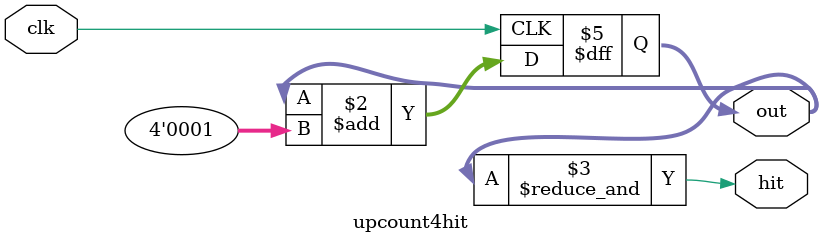
<source format=v>
module upcount4hit(clk,out,hit);
   input clk;
   output reg [3:0] out = 4'b0;
   output hit;
   always @(posedge clk) out = out+4'b1;
   assign hit = &(out);
endmodule

</source>
